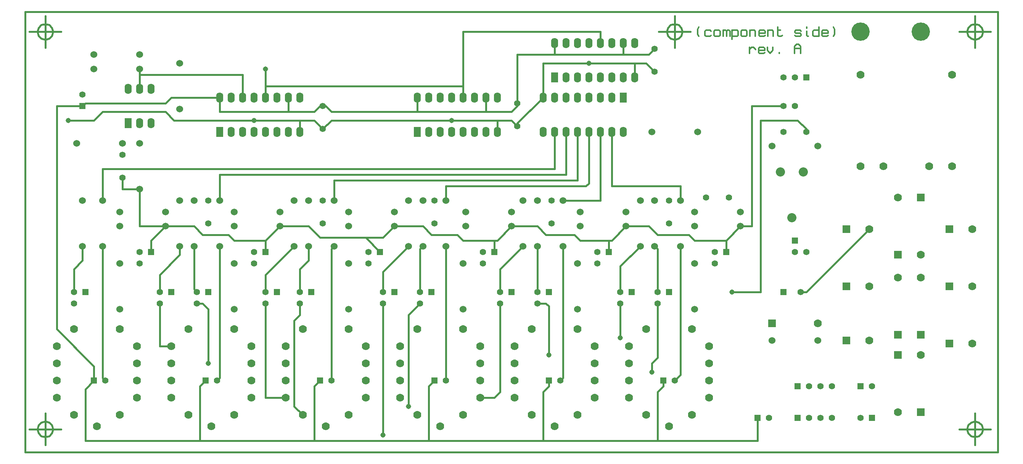
<source format=gbr>
G04 (Genere par PCBnew (20080825c)) le 18/8/2009-19:22:28*
G01*
G70*
G90*
%MOIN*%
G04 Gerber Fmt 3.4, Leading zero omitted, Abs format*
%FSLAX34Y34*%
G04 APERTURE LIST*
%ADD10C,0.015000*%
%ADD11C,0.012000*%
%ADD12C,0.070000*%
%ADD13R,0.062000X0.090000*%
%ADD14O,0.062000X0.090000*%
%ADD15C,0.055000*%
%ADD16R,0.070000X0.070000*%
%ADD17R,0.055000X0.055000*%
%ADD18C,0.060000*%
%ADD19C,0.160000*%
%ADD20C,0.080000*%
%ADD21C,0.045000*%
%ADD22C,0.017000*%
%ADD23C,0.005000*%
%ADD24C,0.001000*%
%ADD25C,0.008000*%
%ADD26C,0.010000*%
%ADD27C,0.090000*%
%ADD28R,0.082000X0.110000*%
%ADD29O,0.082000X0.110000*%
%ADD30C,0.075000*%
%ADD31R,0.090000X0.090000*%
%ADD32R,0.075000X0.075000*%
%ADD33C,0.180000*%
%ADD34C,0.100000*%
G04 APERTURE END LIST*
G54D10*
X96500Y-57250D02*
X96750Y-57250D01*
X89750Y-57250D02*
X96500Y-57250D01*
X71250Y-18750D02*
X96750Y-18750D01*
X11750Y-18750D02*
X12250Y-18750D01*
X11750Y-57250D02*
X11750Y-18750D01*
X12250Y-57250D02*
X11750Y-57250D01*
X96750Y-18750D02*
X96750Y-57250D01*
X69189Y-20500D02*
X69096Y-20844D01*
X69096Y-20844D02*
X68844Y-21096D01*
X68844Y-21096D02*
X68500Y-21189D01*
X68500Y-21189D02*
X68156Y-21096D01*
X68156Y-21096D02*
X67904Y-20844D01*
X67904Y-20844D02*
X67811Y-20500D01*
X67811Y-20500D02*
X67904Y-20156D01*
X67904Y-20156D02*
X68156Y-19904D01*
X68156Y-19904D02*
X68500Y-19811D01*
X68500Y-19811D02*
X68844Y-19904D01*
X68844Y-19904D02*
X69096Y-20156D01*
X69096Y-20156D02*
X69189Y-20500D01*
X67122Y-20500D02*
X69878Y-20500D01*
X68500Y-19122D02*
X68500Y-21878D01*
G54D11*
X70599Y-20900D02*
X70524Y-20723D01*
X70524Y-20723D02*
X70524Y-20278D01*
X70524Y-20278D02*
X70599Y-20100D01*
X71685Y-20812D02*
X71610Y-20900D01*
X71610Y-20900D02*
X71235Y-20900D01*
X71235Y-20900D02*
X71160Y-20812D01*
X71160Y-20812D02*
X71160Y-20456D01*
X71160Y-20456D02*
X71235Y-20367D01*
X71235Y-20367D02*
X71610Y-20367D01*
X71610Y-20367D02*
X71685Y-20456D01*
X72021Y-20900D02*
X71946Y-20812D01*
X71946Y-20812D02*
X71946Y-20456D01*
X71946Y-20456D02*
X72021Y-20367D01*
X72021Y-20367D02*
X72396Y-20367D01*
X72396Y-20367D02*
X72471Y-20456D01*
X72471Y-20456D02*
X72471Y-20812D01*
X72471Y-20812D02*
X72396Y-20900D01*
X72396Y-20900D02*
X72021Y-20900D01*
X72732Y-20900D02*
X72732Y-20367D01*
X72732Y-20456D02*
X72807Y-20367D01*
X72807Y-20367D02*
X72957Y-20367D01*
X72957Y-20367D02*
X73032Y-20456D01*
X73032Y-20456D02*
X73032Y-20900D01*
X73032Y-20456D02*
X73107Y-20367D01*
X73107Y-20367D02*
X73257Y-20367D01*
X73257Y-20367D02*
X73332Y-20456D01*
X73332Y-20456D02*
X73332Y-20900D01*
X73518Y-21166D02*
X73518Y-20367D01*
X73518Y-20456D02*
X73593Y-20367D01*
X73593Y-20367D02*
X73968Y-20367D01*
X73968Y-20367D02*
X74043Y-20456D01*
X74043Y-20456D02*
X74043Y-20812D01*
X74043Y-20812D02*
X73968Y-20900D01*
X73968Y-20900D02*
X73593Y-20900D01*
X73593Y-20900D02*
X73518Y-20812D01*
X74379Y-20900D02*
X74304Y-20812D01*
X74304Y-20812D02*
X74304Y-20456D01*
X74304Y-20456D02*
X74379Y-20367D01*
X74379Y-20367D02*
X74754Y-20367D01*
X74754Y-20367D02*
X74829Y-20456D01*
X74829Y-20456D02*
X74829Y-20812D01*
X74829Y-20812D02*
X74754Y-20900D01*
X74754Y-20900D02*
X74379Y-20900D01*
X75090Y-20900D02*
X75090Y-20367D01*
X75090Y-20456D02*
X75165Y-20367D01*
X75165Y-20367D02*
X75465Y-20367D01*
X75465Y-20367D02*
X75540Y-20456D01*
X75540Y-20456D02*
X75540Y-20900D01*
X75876Y-20634D02*
X76401Y-20634D01*
X76401Y-20634D02*
X76401Y-20456D01*
X76401Y-20456D02*
X76326Y-20367D01*
X76326Y-20367D02*
X75951Y-20367D01*
X75951Y-20367D02*
X75876Y-20456D01*
X75876Y-20456D02*
X75876Y-20812D01*
X75876Y-20812D02*
X75951Y-20900D01*
X75951Y-20900D02*
X76326Y-20900D01*
X76326Y-20900D02*
X76401Y-20812D01*
X76662Y-20900D02*
X76662Y-20367D01*
X76662Y-20456D02*
X76737Y-20367D01*
X76737Y-20367D02*
X77037Y-20367D01*
X77037Y-20367D02*
X77112Y-20456D01*
X77112Y-20456D02*
X77112Y-20900D01*
X77898Y-20812D02*
X77823Y-20900D01*
X77823Y-20900D02*
X77598Y-20900D01*
X77598Y-20900D02*
X77523Y-20812D01*
X77523Y-20812D02*
X77523Y-20100D01*
X77523Y-20367D02*
X77748Y-20367D01*
X79020Y-20812D02*
X79095Y-20900D01*
X79095Y-20900D02*
X79470Y-20900D01*
X79470Y-20900D02*
X79545Y-20812D01*
X79545Y-20812D02*
X79545Y-20723D01*
X79545Y-20723D02*
X79470Y-20634D01*
X79470Y-20634D02*
X79095Y-20634D01*
X79095Y-20634D02*
X79020Y-20545D01*
X79020Y-20545D02*
X79020Y-20456D01*
X79020Y-20456D02*
X79095Y-20367D01*
X79095Y-20367D02*
X79470Y-20367D01*
X79470Y-20367D02*
X79545Y-20456D01*
X80031Y-20100D02*
X80031Y-20189D01*
X80031Y-20456D02*
X80031Y-20812D01*
X80031Y-20812D02*
X80106Y-20900D01*
X80106Y-20900D02*
X80181Y-20900D01*
X81117Y-20100D02*
X81117Y-20900D01*
X81117Y-20900D02*
X80667Y-20900D01*
X80667Y-20900D02*
X80592Y-20812D01*
X80592Y-20812D02*
X80592Y-20456D01*
X80592Y-20456D02*
X80667Y-20367D01*
X80667Y-20367D02*
X81117Y-20367D01*
X81378Y-20634D02*
X81903Y-20634D01*
X81903Y-20634D02*
X81903Y-20456D01*
X81903Y-20456D02*
X81828Y-20367D01*
X81828Y-20367D02*
X81453Y-20367D01*
X81453Y-20367D02*
X81378Y-20456D01*
X81378Y-20456D02*
X81378Y-20812D01*
X81378Y-20812D02*
X81453Y-20900D01*
X81453Y-20900D02*
X81828Y-20900D01*
X81828Y-20900D02*
X81903Y-20812D01*
X82389Y-20900D02*
X82464Y-20723D01*
X82464Y-20723D02*
X82464Y-20278D01*
X82464Y-20278D02*
X82389Y-20100D01*
X75054Y-22400D02*
X75054Y-21867D01*
X75054Y-22045D02*
X75204Y-21867D01*
X75204Y-21867D02*
X75429Y-21867D01*
X75429Y-21867D02*
X75579Y-22045D01*
X75840Y-22134D02*
X76365Y-22134D01*
X76365Y-22134D02*
X76365Y-21956D01*
X76365Y-21956D02*
X76290Y-21867D01*
X76290Y-21867D02*
X75915Y-21867D01*
X75915Y-21867D02*
X75840Y-21956D01*
X75840Y-21956D02*
X75840Y-22312D01*
X75840Y-22312D02*
X75915Y-22400D01*
X75915Y-22400D02*
X76290Y-22400D01*
X76290Y-22400D02*
X76365Y-22312D01*
X76626Y-21867D02*
X76626Y-22134D01*
X76626Y-22134D02*
X76851Y-22400D01*
X76851Y-22400D02*
X77076Y-22134D01*
X77076Y-22134D02*
X77076Y-21867D01*
X77637Y-22400D02*
X77637Y-22312D01*
X78984Y-22400D02*
X78984Y-21778D01*
X78984Y-21778D02*
X79134Y-21600D01*
X79134Y-21600D02*
X79359Y-21600D01*
X79359Y-21600D02*
X79509Y-21778D01*
X79509Y-21778D02*
X79509Y-22400D01*
X78984Y-21956D02*
X79509Y-21956D01*
G54D10*
X14189Y-20500D02*
X14096Y-20844D01*
X14096Y-20844D02*
X13844Y-21096D01*
X13844Y-21096D02*
X13500Y-21189D01*
X13500Y-21189D02*
X13156Y-21096D01*
X13156Y-21096D02*
X12904Y-20844D01*
X12904Y-20844D02*
X12811Y-20500D01*
X12811Y-20500D02*
X12904Y-20156D01*
X12904Y-20156D02*
X13156Y-19904D01*
X13156Y-19904D02*
X13500Y-19811D01*
X13500Y-19811D02*
X13844Y-19904D01*
X13844Y-19904D02*
X14096Y-20156D01*
X14096Y-20156D02*
X14189Y-20500D01*
X12122Y-20500D02*
X14878Y-20500D01*
X13500Y-19122D02*
X13500Y-21878D01*
X14189Y-55250D02*
X14096Y-55594D01*
X14096Y-55594D02*
X13844Y-55846D01*
X13844Y-55846D02*
X13500Y-55939D01*
X13500Y-55939D02*
X13156Y-55846D01*
X13156Y-55846D02*
X12904Y-55594D01*
X12904Y-55594D02*
X12811Y-55250D01*
X12811Y-55250D02*
X12904Y-54906D01*
X12904Y-54906D02*
X13156Y-54654D01*
X13156Y-54654D02*
X13500Y-54561D01*
X13500Y-54561D02*
X13844Y-54654D01*
X13844Y-54654D02*
X14096Y-54906D01*
X14096Y-54906D02*
X14189Y-55250D01*
X12122Y-55250D02*
X14878Y-55250D01*
X13500Y-53872D02*
X13500Y-56628D01*
X95439Y-20500D02*
X95346Y-20844D01*
X95346Y-20844D02*
X95094Y-21096D01*
X95094Y-21096D02*
X94750Y-21189D01*
X94750Y-21189D02*
X94406Y-21096D01*
X94406Y-21096D02*
X94154Y-20844D01*
X94154Y-20844D02*
X94061Y-20500D01*
X94061Y-20500D02*
X94154Y-20156D01*
X94154Y-20156D02*
X94406Y-19904D01*
X94406Y-19904D02*
X94750Y-19811D01*
X94750Y-19811D02*
X95094Y-19904D01*
X95094Y-19904D02*
X95346Y-20156D01*
X95346Y-20156D02*
X95439Y-20500D01*
X93372Y-20500D02*
X96128Y-20500D01*
X94750Y-19122D02*
X94750Y-21878D01*
X95439Y-55250D02*
X95346Y-55594D01*
X95346Y-55594D02*
X95094Y-55846D01*
X95094Y-55846D02*
X94750Y-55939D01*
X94750Y-55939D02*
X94406Y-55846D01*
X94406Y-55846D02*
X94154Y-55594D01*
X94154Y-55594D02*
X94061Y-55250D01*
X94061Y-55250D02*
X94154Y-54906D01*
X94154Y-54906D02*
X94406Y-54654D01*
X94406Y-54654D02*
X94750Y-54561D01*
X94750Y-54561D02*
X95094Y-54654D01*
X95094Y-54654D02*
X95346Y-54906D01*
X95346Y-54906D02*
X95439Y-55250D01*
X93372Y-55250D02*
X96128Y-55250D01*
X94750Y-53872D02*
X94750Y-56628D01*
X37750Y-57250D02*
X12250Y-57250D01*
X63250Y-57250D02*
X37750Y-57250D01*
X69000Y-57250D02*
X63250Y-57250D01*
X77750Y-57250D02*
X69000Y-57250D01*
X89750Y-57250D02*
X77750Y-57250D01*
X36000Y-18750D02*
X12250Y-18750D01*
X71250Y-18750D02*
X36000Y-18750D01*
G54D12*
X70000Y-46500D03*
X66000Y-46500D03*
X64500Y-48000D03*
X64500Y-49500D03*
X64500Y-51000D03*
X64500Y-52500D03*
X66000Y-54000D03*
X68000Y-55000D03*
X70000Y-54000D03*
X71500Y-52500D03*
X71500Y-51000D03*
X71500Y-49500D03*
X71500Y-48000D03*
X60000Y-46500D03*
X56000Y-46500D03*
X54500Y-48000D03*
X54500Y-49500D03*
X54500Y-51000D03*
X54500Y-52500D03*
X56000Y-54000D03*
X58000Y-55000D03*
X60000Y-54000D03*
X61500Y-52500D03*
X61500Y-51000D03*
X61500Y-49500D03*
X61500Y-48000D03*
X50000Y-46500D03*
X46000Y-46500D03*
X44500Y-48000D03*
X44500Y-49500D03*
X44500Y-51000D03*
X44500Y-52500D03*
X46000Y-54000D03*
X48000Y-55000D03*
X50000Y-54000D03*
X51500Y-52500D03*
X51500Y-51000D03*
X51500Y-49500D03*
X51500Y-48000D03*
X40000Y-46500D03*
X36000Y-46500D03*
X34500Y-48000D03*
X34500Y-49500D03*
X34500Y-51000D03*
X34500Y-52500D03*
X36000Y-54000D03*
X38000Y-55000D03*
X40000Y-54000D03*
X41500Y-52500D03*
X41500Y-51000D03*
X41500Y-49500D03*
X41500Y-48000D03*
X30000Y-46500D03*
X26000Y-46500D03*
X24500Y-48000D03*
X24500Y-49500D03*
X24500Y-51000D03*
X24500Y-52500D03*
X26000Y-54000D03*
X28000Y-55000D03*
X30000Y-54000D03*
X31500Y-52500D03*
X31500Y-51000D03*
X31500Y-49500D03*
X31500Y-48000D03*
X20000Y-46500D03*
X16000Y-46500D03*
X14500Y-48000D03*
X14500Y-49500D03*
X14500Y-51000D03*
X14500Y-52500D03*
X16000Y-54000D03*
X18000Y-55000D03*
X20000Y-54000D03*
X21500Y-52500D03*
X21500Y-51000D03*
X21500Y-49500D03*
X21500Y-48000D03*
G54D13*
X28750Y-29250D03*
G54D14*
X29750Y-29250D03*
X30750Y-29250D03*
X31750Y-29250D03*
X32750Y-29250D03*
X33750Y-29250D03*
X34750Y-29250D03*
X35750Y-29250D03*
X35750Y-26250D03*
X34750Y-26250D03*
X33750Y-26250D03*
X32750Y-26250D03*
X31750Y-26250D03*
X30750Y-26250D03*
X29750Y-26250D03*
X28750Y-26250D03*
G54D13*
X46000Y-29250D03*
G54D14*
X47000Y-29250D03*
X48000Y-29250D03*
X49000Y-29250D03*
X50000Y-29250D03*
X51000Y-29250D03*
X52000Y-29250D03*
X53000Y-29250D03*
X53000Y-26250D03*
X52000Y-26250D03*
X51000Y-26250D03*
X50000Y-26250D03*
X49000Y-26250D03*
X48000Y-26250D03*
X47000Y-26250D03*
X46000Y-26250D03*
G54D13*
X58000Y-24500D03*
G54D14*
X59000Y-24500D03*
X60000Y-24500D03*
X61000Y-24500D03*
X62000Y-24500D03*
X63000Y-24500D03*
X64000Y-24500D03*
X65000Y-24500D03*
X65000Y-21500D03*
X64000Y-21500D03*
X63000Y-21500D03*
X62000Y-21500D03*
X61000Y-21500D03*
X60000Y-21500D03*
X59000Y-21500D03*
X58000Y-21500D03*
G54D13*
X64000Y-26250D03*
G54D14*
X63000Y-26250D03*
X62000Y-26250D03*
X61000Y-26250D03*
X60000Y-26250D03*
X59000Y-26250D03*
X58000Y-26250D03*
X57000Y-26250D03*
X57000Y-29250D03*
X58000Y-29250D03*
X59000Y-29250D03*
X60000Y-29250D03*
X61000Y-29250D03*
X62000Y-29250D03*
X63000Y-29250D03*
X64000Y-29250D03*
G54D15*
X27750Y-37250D03*
X27750Y-35250D03*
X37750Y-37250D03*
X37750Y-35250D03*
X47500Y-37250D03*
X47500Y-35250D03*
X57750Y-37250D03*
X57750Y-35250D03*
X68000Y-37250D03*
X68000Y-35250D03*
X73250Y-35000D03*
X71250Y-35000D03*
X37750Y-27000D03*
X37750Y-29000D03*
X54750Y-26750D03*
X54750Y-28750D03*
X66750Y-22000D03*
X66750Y-24000D03*
X78000Y-29250D03*
X80000Y-29250D03*
X20250Y-33250D03*
X20250Y-31250D03*
G54D12*
X81000Y-46000D03*
G54D16*
X77000Y-46000D03*
G54D12*
X90000Y-40000D03*
G54D16*
X90000Y-35000D03*
G54D12*
X88000Y-42000D03*
G54D16*
X88000Y-47000D03*
G54D12*
X90000Y-48750D03*
G54D16*
X90000Y-53750D03*
G54D12*
X88000Y-35000D03*
G54D16*
X88000Y-40000D03*
G54D12*
X90000Y-42000D03*
G54D16*
X90000Y-47000D03*
G54D12*
X88000Y-53750D03*
G54D16*
X88000Y-48750D03*
G54D17*
X75750Y-54250D03*
G54D15*
X76750Y-54250D03*
G54D17*
X67500Y-51000D03*
G54D15*
X68500Y-51000D03*
G54D17*
X57500Y-51000D03*
G54D15*
X58500Y-51000D03*
G54D17*
X47500Y-51000D03*
G54D15*
X48500Y-51000D03*
G54D17*
X37500Y-51000D03*
G54D15*
X38500Y-51000D03*
G54D17*
X27500Y-51000D03*
G54D15*
X28500Y-51000D03*
G54D17*
X17750Y-51000D03*
G54D15*
X18750Y-51000D03*
G54D17*
X85750Y-54250D03*
G54D15*
X84750Y-54250D03*
G54D18*
X16750Y-35250D03*
X16750Y-39250D03*
X25250Y-35250D03*
X25250Y-39250D03*
X26500Y-35250D03*
X26500Y-39250D03*
X35250Y-35250D03*
X35250Y-39250D03*
X36500Y-35250D03*
X36500Y-39250D03*
X45250Y-35250D03*
X45250Y-39250D03*
X46500Y-35250D03*
X46500Y-39250D03*
X55250Y-35250D03*
X55250Y-39250D03*
X56500Y-35250D03*
X56500Y-39250D03*
X65500Y-35250D03*
X65500Y-39250D03*
X66750Y-35250D03*
X66750Y-39250D03*
X20000Y-36250D03*
X24000Y-36250D03*
X24000Y-37500D03*
X20000Y-37500D03*
X30000Y-36250D03*
X34000Y-36250D03*
X34000Y-37500D03*
X30000Y-37500D03*
X40000Y-36250D03*
X44000Y-36250D03*
X44000Y-37500D03*
X40000Y-37500D03*
X50250Y-36250D03*
X54250Y-36250D03*
X54250Y-37500D03*
X50250Y-37500D03*
X60250Y-36250D03*
X64250Y-36250D03*
X64250Y-37500D03*
X60250Y-37500D03*
X70250Y-36250D03*
X74250Y-36250D03*
X74250Y-37500D03*
X70250Y-37500D03*
X21750Y-23750D03*
X17750Y-23750D03*
X21750Y-22500D03*
X17750Y-22500D03*
X25250Y-27250D03*
X25250Y-23250D03*
X70500Y-29250D03*
X66500Y-29250D03*
X69000Y-39250D03*
X69000Y-35250D03*
X58750Y-39250D03*
X58750Y-35250D03*
X48500Y-39250D03*
X48500Y-35250D03*
X38750Y-39250D03*
X38750Y-35250D03*
X28750Y-39250D03*
X28750Y-35250D03*
X18500Y-39250D03*
X18500Y-35250D03*
X21750Y-30250D03*
X21750Y-34250D03*
X20250Y-30250D03*
X16250Y-30250D03*
X20000Y-40750D03*
X20000Y-44750D03*
X30000Y-40750D03*
X30000Y-44750D03*
X40000Y-40750D03*
X40000Y-44750D03*
X50000Y-40750D03*
X50000Y-44750D03*
X60000Y-40750D03*
X60000Y-44750D03*
X70250Y-40750D03*
X70250Y-44750D03*
X81000Y-47500D03*
X77000Y-47500D03*
X77000Y-30500D03*
X81000Y-30500D03*
G54D17*
X17000Y-43250D03*
G54D15*
X16000Y-43250D03*
X16000Y-44250D03*
G54D17*
X24500Y-43250D03*
G54D15*
X23500Y-43250D03*
X23500Y-44250D03*
G54D17*
X27750Y-43250D03*
G54D15*
X26750Y-43250D03*
X26750Y-44250D03*
G54D17*
X33750Y-43250D03*
G54D15*
X32750Y-43250D03*
X32750Y-44250D03*
G54D17*
X36750Y-43250D03*
G54D15*
X35750Y-43250D03*
X35750Y-44250D03*
G54D17*
X44000Y-43250D03*
G54D15*
X43000Y-43250D03*
X43000Y-44250D03*
G54D17*
X47250Y-43250D03*
G54D15*
X46250Y-43250D03*
X46250Y-44250D03*
G54D17*
X54250Y-43250D03*
G54D15*
X53250Y-43250D03*
X53250Y-44250D03*
G54D17*
X57500Y-43250D03*
G54D15*
X56500Y-43250D03*
X56500Y-44250D03*
G54D17*
X64750Y-43250D03*
G54D15*
X63750Y-43250D03*
X63750Y-44250D03*
G54D17*
X68000Y-43250D03*
G54D15*
X67000Y-43250D03*
X67000Y-44250D03*
G54D17*
X22750Y-39750D03*
G54D15*
X21750Y-39750D03*
X21750Y-40750D03*
G54D17*
X32750Y-39750D03*
G54D15*
X31750Y-39750D03*
X31750Y-40750D03*
G54D17*
X42750Y-39750D03*
G54D15*
X41750Y-39750D03*
X41750Y-40750D03*
G54D17*
X52750Y-39750D03*
G54D15*
X51750Y-39750D03*
X51750Y-40750D03*
G54D17*
X62750Y-39750D03*
G54D15*
X61750Y-39750D03*
X61750Y-40750D03*
G54D17*
X73000Y-39750D03*
G54D15*
X72000Y-39750D03*
X72000Y-40750D03*
G54D17*
X79000Y-38750D03*
G54D15*
X79000Y-39750D03*
X80000Y-39750D03*
G54D12*
X84750Y-24250D03*
X92750Y-24250D03*
X92750Y-32250D03*
X90750Y-32250D03*
X84750Y-32250D03*
X86750Y-32250D03*
G54D19*
X90000Y-20500D03*
X84750Y-20500D03*
G54D15*
X79000Y-27000D03*
X78000Y-27000D03*
G54D17*
X78000Y-43250D03*
G54D15*
X79500Y-43250D03*
G54D17*
X16750Y-27000D03*
G54D15*
X16750Y-26000D03*
G54D16*
X83500Y-47500D03*
G54D12*
X85500Y-47500D03*
G54D16*
X83500Y-42750D03*
G54D12*
X85500Y-42750D03*
G54D16*
X83500Y-37750D03*
G54D12*
X85500Y-37750D03*
G54D16*
X92500Y-47750D03*
G54D12*
X94500Y-47750D03*
G54D16*
X92500Y-42750D03*
G54D12*
X94500Y-42750D03*
G54D16*
X92500Y-37750D03*
G54D12*
X94500Y-37750D03*
G54D17*
X84750Y-51500D03*
G54D15*
X85750Y-51500D03*
G54D17*
X80000Y-24500D03*
G54D15*
X79000Y-24500D03*
X78000Y-24500D03*
G54D17*
X79250Y-51500D03*
G54D15*
X80250Y-51500D03*
X81250Y-51500D03*
X82250Y-51500D03*
G54D17*
X79250Y-54250D03*
G54D15*
X80250Y-54250D03*
X81250Y-54250D03*
X82250Y-54250D03*
G54D20*
X79750Y-32750D03*
X78750Y-36750D03*
X77750Y-32750D03*
G54D13*
X20750Y-28500D03*
G54D14*
X20750Y-25500D03*
X21750Y-28500D03*
X21750Y-25500D03*
X22750Y-28500D03*
X22750Y-25500D03*
G54D21*
X27750Y-49500D03*
X43000Y-55750D03*
X45250Y-53250D03*
X66500Y-50250D03*
X57500Y-48750D03*
X63750Y-47250D03*
X31750Y-28250D03*
X49000Y-28250D03*
X61000Y-23250D03*
X15500Y-28250D03*
X73500Y-43250D03*
X32750Y-23750D03*
G54D22*
X23500Y-44250D02*
X23500Y-48000D01*
X23500Y-48000D02*
X24500Y-48000D01*
X26750Y-44250D02*
X27250Y-44250D01*
X27750Y-44750D02*
X27750Y-49500D01*
X27250Y-44250D02*
X27750Y-44750D01*
X32750Y-44250D02*
X32750Y-52500D01*
X32750Y-52500D02*
X34500Y-52500D01*
X36000Y-54000D02*
X35250Y-53250D01*
X35750Y-45250D02*
X35750Y-44250D01*
X35750Y-45250D02*
X35250Y-45750D01*
X35250Y-45750D02*
X35250Y-53250D01*
X43000Y-44250D02*
X43000Y-55750D01*
X46250Y-44250D02*
X45250Y-45250D01*
X45250Y-45250D02*
X45250Y-53250D01*
X53250Y-44250D02*
X53250Y-52000D01*
X52750Y-52500D02*
X51500Y-52500D01*
X53250Y-52000D02*
X52750Y-52500D01*
X67000Y-44250D02*
X67000Y-49000D01*
X66500Y-49500D02*
X66500Y-50250D01*
X67000Y-49000D02*
X66500Y-49500D01*
X56500Y-44250D02*
X57250Y-44250D01*
X57500Y-44500D02*
X57500Y-48750D01*
X57250Y-44250D02*
X57500Y-44500D01*
X63750Y-44250D02*
X63750Y-47250D01*
X79500Y-43250D02*
X80000Y-43250D01*
X80000Y-43250D02*
X85500Y-37750D01*
X35750Y-29250D02*
X35750Y-28250D01*
X35750Y-28250D02*
X31750Y-28250D01*
X35750Y-28250D02*
X37000Y-28250D01*
X37000Y-28250D02*
X37750Y-29000D01*
X37750Y-29000D02*
X38500Y-28250D01*
X53000Y-28250D02*
X53000Y-29250D01*
X38500Y-28250D02*
X49000Y-28250D01*
X49000Y-28250D02*
X53000Y-28250D01*
X53000Y-28250D02*
X54250Y-28250D01*
X54250Y-28250D02*
X54750Y-28750D01*
X54750Y-28750D02*
X54750Y-28500D01*
X54750Y-28500D02*
X57000Y-26250D01*
X57000Y-26250D02*
X57000Y-23250D01*
X65000Y-23250D02*
X65000Y-24500D01*
X57000Y-23250D02*
X61000Y-23250D01*
X61000Y-23250D02*
X65000Y-23250D01*
X65000Y-23250D02*
X66000Y-23250D01*
X66000Y-23250D02*
X66750Y-24000D01*
X31750Y-28250D02*
X24750Y-28250D01*
X17750Y-28250D02*
X15500Y-28250D01*
X24750Y-28250D02*
X24000Y-27500D01*
X24000Y-27500D02*
X18500Y-27500D01*
X18500Y-27500D02*
X17750Y-28250D01*
X76000Y-28250D02*
X79250Y-28250D01*
X76000Y-36750D02*
X76000Y-28250D01*
X76000Y-43250D02*
X76000Y-36750D01*
X75750Y-43250D02*
X76000Y-43250D01*
X73500Y-43250D02*
X75750Y-43250D01*
X79250Y-28250D02*
X80000Y-29000D01*
X80000Y-29000D02*
X80000Y-29250D01*
X37750Y-27000D02*
X37500Y-27000D01*
X28750Y-27500D02*
X28750Y-26250D01*
X37000Y-27500D02*
X34750Y-27500D01*
X34750Y-27500D02*
X28750Y-27500D01*
X37500Y-27000D02*
X37000Y-27500D01*
X34750Y-26250D02*
X34750Y-27500D01*
X54750Y-26750D02*
X54750Y-27000D01*
X54750Y-27000D02*
X54250Y-27500D01*
X54250Y-27500D02*
X52000Y-27500D01*
X52000Y-27500D02*
X46000Y-27500D01*
X46000Y-27500D02*
X46000Y-26250D01*
X37750Y-27000D02*
X38000Y-27000D01*
X38500Y-27500D02*
X46000Y-27500D01*
X38000Y-27000D02*
X38500Y-27500D01*
X52000Y-26250D02*
X52000Y-27500D01*
X54750Y-26750D02*
X54750Y-22500D01*
X58000Y-22500D02*
X58000Y-21500D01*
X54750Y-22500D02*
X58000Y-22500D01*
X58000Y-22500D02*
X64000Y-22500D01*
X64000Y-22500D02*
X64000Y-21500D01*
X64000Y-22500D02*
X66250Y-22500D01*
X66250Y-22500D02*
X66750Y-22000D01*
X28750Y-26250D02*
X24500Y-26250D01*
X24500Y-26250D02*
X24000Y-26750D01*
X24000Y-26750D02*
X17000Y-26750D01*
X17000Y-26750D02*
X16750Y-27000D01*
X25750Y-56250D02*
X26250Y-56250D01*
X17000Y-56250D02*
X25750Y-56250D01*
X26250Y-56250D02*
X27000Y-56250D01*
X27000Y-56250D02*
X36250Y-56250D01*
X36250Y-56250D02*
X37000Y-56250D01*
X37000Y-56250D02*
X46500Y-56250D01*
X46500Y-56250D02*
X47000Y-56250D01*
X47000Y-56250D02*
X57000Y-56250D01*
X57500Y-51500D02*
X57500Y-51000D01*
X57000Y-52000D02*
X57500Y-51500D01*
X57000Y-56250D02*
X57000Y-52000D01*
X57000Y-56250D02*
X67000Y-56250D01*
X67500Y-51500D02*
X67500Y-51000D01*
X67000Y-52000D02*
X67500Y-51500D01*
X67000Y-56250D02*
X67000Y-52000D01*
X67000Y-56250D02*
X75750Y-56250D01*
X75750Y-56250D02*
X75750Y-54250D01*
X47000Y-56250D02*
X47000Y-51500D01*
X47000Y-51500D02*
X47500Y-51000D01*
X37000Y-56250D02*
X37000Y-51500D01*
X37000Y-51500D02*
X37500Y-51000D01*
X27000Y-56250D02*
X27000Y-51500D01*
X27000Y-51500D02*
X27500Y-51000D01*
X17000Y-56250D02*
X17000Y-51750D01*
X17000Y-51750D02*
X17750Y-51000D01*
X17750Y-51000D02*
X17750Y-49750D01*
X14500Y-27000D02*
X16750Y-27000D01*
X14500Y-29250D02*
X14500Y-27000D01*
X17750Y-49750D02*
X14500Y-46500D01*
X14500Y-46500D02*
X14500Y-29250D01*
X32750Y-26250D02*
X32750Y-25250D01*
X50000Y-25250D02*
X50000Y-26250D01*
X32750Y-25250D02*
X50000Y-25250D01*
X62000Y-21500D02*
X62000Y-20500D01*
X50000Y-20500D02*
X50000Y-25250D01*
X62000Y-20500D02*
X50000Y-20500D01*
X32750Y-23750D02*
X32750Y-25250D01*
X21750Y-25500D02*
X21750Y-24250D01*
X30750Y-24250D02*
X30750Y-26250D01*
X21750Y-24250D02*
X30750Y-24250D01*
X21750Y-23750D02*
X21750Y-24250D01*
X18500Y-35250D02*
X18500Y-32500D01*
X58000Y-32500D02*
X58000Y-29250D01*
X54750Y-32500D02*
X58000Y-32500D01*
X54750Y-32500D02*
X44250Y-32500D01*
X44250Y-32500D02*
X30750Y-32500D01*
X30750Y-32500D02*
X18500Y-32500D01*
X28750Y-35250D02*
X28750Y-33000D01*
X59000Y-33000D02*
X59000Y-29250D01*
X55750Y-33000D02*
X59000Y-33000D01*
X55750Y-33000D02*
X46250Y-33000D01*
X46250Y-33000D02*
X32750Y-33000D01*
X32750Y-33000D02*
X28750Y-33000D01*
X38750Y-35250D02*
X38750Y-33500D01*
X60000Y-33500D02*
X60000Y-29250D01*
X56750Y-33500D02*
X60000Y-33500D01*
X56750Y-33500D02*
X48750Y-33500D01*
X48750Y-33500D02*
X38750Y-33500D01*
X48500Y-35250D02*
X48500Y-34000D01*
X61000Y-33750D02*
X61000Y-29250D01*
X60750Y-34000D02*
X61000Y-33750D01*
X57750Y-34000D02*
X60750Y-34000D01*
X57750Y-34000D02*
X48500Y-34000D01*
X58750Y-35250D02*
X62000Y-35250D01*
X62000Y-35250D02*
X62000Y-29250D01*
X63000Y-29250D02*
X63000Y-34000D01*
X69000Y-34000D02*
X69000Y-35250D01*
X63000Y-34000D02*
X69000Y-34000D01*
X22750Y-39750D02*
X22750Y-38750D01*
X22750Y-38750D02*
X24000Y-37500D01*
X24000Y-37500D02*
X26500Y-37500D01*
X26500Y-37500D02*
X27250Y-38250D01*
X27250Y-38250D02*
X29500Y-38250D01*
X29500Y-38250D02*
X30000Y-38750D01*
X30000Y-38750D02*
X32750Y-38750D01*
X32750Y-38750D02*
X32750Y-39750D01*
X32750Y-38750D02*
X34000Y-37500D01*
X34000Y-37500D02*
X36500Y-37500D01*
X41500Y-38500D02*
X42750Y-39750D01*
X37500Y-38500D02*
X41500Y-38500D01*
X36500Y-37500D02*
X37500Y-38500D01*
X41500Y-38500D02*
X43000Y-38500D01*
X43000Y-38500D02*
X44000Y-37500D01*
X44000Y-37500D02*
X46500Y-37500D01*
X52750Y-38750D02*
X52750Y-39750D01*
X50000Y-38750D02*
X52750Y-38750D01*
X49500Y-38250D02*
X50000Y-38750D01*
X47250Y-38250D02*
X49500Y-38250D01*
X46500Y-37500D02*
X47250Y-38250D01*
X52750Y-38750D02*
X53000Y-38750D01*
X53000Y-38750D02*
X54250Y-37500D01*
X54250Y-37500D02*
X56500Y-37500D01*
X62750Y-38750D02*
X62750Y-39750D01*
X60250Y-38750D02*
X62750Y-38750D01*
X59750Y-38250D02*
X60250Y-38750D01*
X57250Y-38250D02*
X59750Y-38250D01*
X56500Y-37500D02*
X57250Y-38250D01*
X62750Y-38750D02*
X63000Y-38750D01*
X63000Y-38750D02*
X64250Y-37500D01*
X64250Y-37500D02*
X66250Y-37500D01*
X73000Y-38750D02*
X73000Y-39750D01*
X70250Y-38750D02*
X73000Y-38750D01*
X69750Y-38250D02*
X70250Y-38750D01*
X67000Y-38250D02*
X69750Y-38250D01*
X66250Y-37500D02*
X67000Y-38250D01*
X73000Y-38750D02*
X74250Y-37500D01*
X20250Y-33250D02*
X20250Y-34250D01*
X20250Y-34250D02*
X21750Y-34250D01*
X21750Y-34250D02*
X21750Y-37500D01*
X21750Y-37500D02*
X24000Y-37500D01*
X74250Y-37500D02*
X75250Y-37500D01*
X75250Y-27000D02*
X78000Y-27000D01*
X75250Y-37500D02*
X75250Y-27000D01*
X69000Y-39250D02*
X69000Y-50500D01*
X69000Y-50500D02*
X68500Y-51000D01*
X58750Y-39250D02*
X58750Y-50750D01*
X58750Y-50750D02*
X58500Y-51000D01*
X48500Y-39250D02*
X48500Y-51000D01*
X38500Y-51000D02*
X38500Y-39500D01*
X38500Y-39500D02*
X38750Y-39250D01*
X28750Y-39250D02*
X28750Y-50750D01*
X28750Y-50750D02*
X28500Y-51000D01*
X18500Y-39250D02*
X18500Y-50750D01*
X18500Y-50750D02*
X18750Y-51000D01*
X16750Y-39250D02*
X16750Y-40500D01*
X16000Y-41250D02*
X16000Y-43250D01*
X16750Y-40500D02*
X16000Y-41250D01*
X25250Y-39250D02*
X25250Y-40000D01*
X23500Y-41750D02*
X23500Y-43250D01*
X25250Y-40000D02*
X23500Y-41750D01*
X26500Y-39250D02*
X26500Y-43000D01*
X26500Y-43000D02*
X26750Y-43250D01*
X35250Y-39250D02*
X32750Y-41750D01*
X32750Y-41750D02*
X32750Y-43250D01*
X36500Y-39250D02*
X36500Y-40500D01*
X35750Y-41250D02*
X35750Y-43250D01*
X36500Y-40500D02*
X35750Y-41250D01*
X43000Y-43250D02*
X43000Y-41500D01*
X43000Y-41500D02*
X45250Y-39250D01*
X46250Y-43250D02*
X46250Y-39500D01*
X46250Y-39500D02*
X46500Y-39250D01*
X53250Y-43250D02*
X53250Y-41250D01*
X53250Y-41250D02*
X55250Y-39250D01*
X56500Y-39250D02*
X56500Y-43250D01*
X63750Y-43250D02*
X63750Y-41000D01*
X63750Y-41000D02*
X65500Y-39250D01*
X67000Y-43250D02*
X67000Y-39500D01*
X67000Y-39500D02*
X66750Y-39250D01*
M02*

</source>
